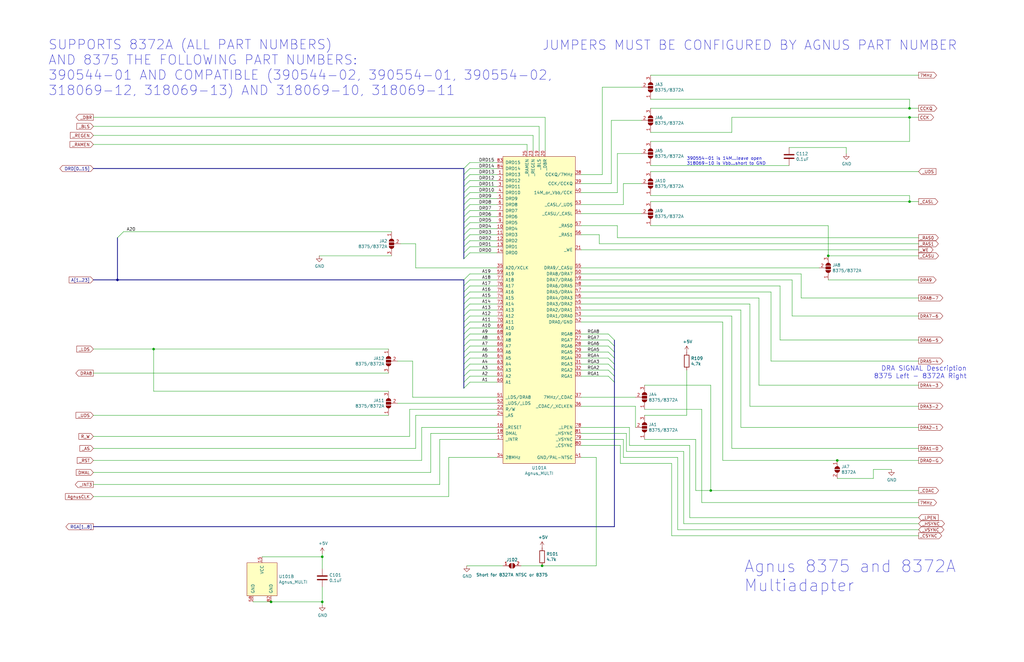
<source format=kicad_sch>
(kicad_sch (version 20231120) (generator "eeschema") (generator_version "8.0")
  (paper "B")
  (title_block (title "Amiga 2000 EATX") (date "2024-06-02") (rev "3.1"))
  (lib_symbols
    (symbol "2000ATX-rescue:Agnus_MULTI-Amiga-Library" (pin_names (offset 1.016))
      (property "Reference" "U" (at 0 11.43 0))
      (property "Value" "Agnus_MULTI-Amiga-Library" (at 0 0 0))
      (symbol "Agnus_MULTI-Amiga-Library_1_1"
        (rectangle (start -15.24 59.69) (end 15.24 -69.85) (fill (type background)))
        (pin bidirectional line (at -17.78 52.07 0) (length 2.54) (name "DRD13") (number "1"))
        (pin bidirectional line (at -17.78 29.21 0) (length 2.54) (name "DRD4") (number "10"))
        (pin bidirectional line (at -17.78 26.67 0) (length 2.54) (name "DRD3") (number "11"))
        (pin bidirectional line (at -17.78 24.13 0) (length 2.54) (name "DRD2") (number "12"))
        (pin bidirectional line (at -17.78 21.59 0) (length 2.54) (name "DRD1") (number "13"))
        (pin bidirectional line (at -17.78 19.05 0) (length 2.54) (name "DRD0") (number "14"))
        (pin input line (at -17.78 -54.61 0) (length 2.54) (name "_RESET") (number "16"))
        (pin output line (at -17.78 -59.69 0) (length 2.54) (name "_INTR") (number "17"))
        (pin input line (at -17.78 -57.15 0) (length 2.54) (name "DMAL") (number "18"))
        (pin input line (at 0 62.23 270) (length 2.54) (name "_BLS") (number "19"))
        (pin bidirectional line (at -17.78 49.53 0) (length 2.54) (name "DRD12") (number "2"))
        (pin output line (at 2.54 62.23 270) (length 2.54) (name "_DBR") (number "20"))
        (pin output line (at 17.78 20.32 180) (length 2.54) (name "_WE") (number "21"))
        (pin input line (at -17.78 -46.99 0) (length 2.54) (name "R/W") (number "22"))
        (pin input line (at -2.54 62.23 270) (length 2.54) (name "_REGEN") (number "23"))
        (pin input line (at -17.78 -49.53 0) (length 2.54) (name "_AS") (number "24"))
        (pin input line (at -5.08 62.23 270) (length 2.54) (name "_RAMEN") (number "25"))
        (pin output line (at 17.78 -15.24 180) (length 2.54) (name "RGA8") (number "26"))
        (pin output line (at 17.78 -17.78 180) (length 2.54) (name "RGA7") (number "27"))
        (pin output line (at 17.78 -20.32 180) (length 2.54) (name "RGA6") (number "28"))
        (pin output line (at 17.78 -22.86 180) (length 2.54) (name "RGA5") (number "29"))
        (pin bidirectional line (at -17.78 46.99 0) (length 2.54) (name "DRD11") (number "3"))
        (pin output line (at 17.78 -25.4 180) (length 2.54) (name "RGA4") (number "30"))
        (pin output line (at 17.78 -27.94 180) (length 2.54) (name "RGA3") (number "31"))
        (pin output line (at 17.78 -30.48 180) (length 2.54) (name "RGA2") (number "32"))
        (pin output line (at 17.78 -33.02 180) (length 2.54) (name "RGA1") (number "33"))
        (pin output line (at -17.78 -67.31 0) (length 2.54) (name "28MHz") (number "34"))
        (pin bidirectional line (at -17.78 12.7 0) (length 2.54) (name "A20/XCLK") (number "35"))
        (pin output line (at 17.78 -45.72 180) (length 2.54) (name "_CDAC/_XCLEN") (number "36"))
        (pin output line (at 17.78 -41.91 180) (length 2.54) (name "7MHz/_CDAC") (number "37"))
        (pin output line (at 17.78 52.07 180) (length 2.54) (name "CCKQ/7MHz") (number "38"))
        (pin output line (at 17.78 48.26 180) (length 2.54) (name "CCK/CCKQ") (number "39"))
        (pin bidirectional line (at -17.78 44.45 0) (length 2.54) (name "DRD10") (number "4"))
        (pin output line (at 17.78 44.45 180) (length 2.54) (name "14M/CCK") (number "40"))
        (pin input line (at 17.78 -67.31 180) (length 2.54) (name "GND/PAL-NTSC") (number "41"))
        (pin output line (at 17.78 -10.16 180) (length 2.54) (name "DRA0/GND") (number "42"))
        (pin output line (at 17.78 -7.62 180) (length 2.54) (name "DRA1/DRA0") (number "43"))
        (pin output line (at 17.78 -5.08 180) (length 2.54) (name "DRA2/DRA1") (number "44"))
        (pin output line (at 17.78 -2.54 180) (length 2.54) (name "DRA3/DRA2") (number "45"))
        (pin output line (at 17.78 0 180) (length 2.54) (name "DRA4/DRA3") (number "46"))
        (pin output line (at 17.78 2.54 180) (length 2.54) (name "DRA5/DRA4") (number "47"))
        (pin output line (at 17.78 5.08 180) (length 2.54) (name "DRA6/DRA5") (number "48"))
        (pin output line (at 17.78 7.62 180) (length 2.54) (name "DRA7/DRA6") (number "49"))
        (pin bidirectional line (at -17.78 41.91 0) (length 2.54) (name "DRD9") (number "5"))
        (pin output line (at 17.78 10.16 180) (length 2.54) (name "DRA8/DRA7") (number "50"))
        (pin input line (at -17.78 -41.91 0) (length 2.54) (name "_LDS/DRA8") (number "51"))
        (pin input line (at -17.78 -44.45 0) (length 2.54) (name "_UDS/_LDS") (number "52"))
        (pin output line (at 17.78 39.37 180) (length 2.54) (name "_CASL/_UDS") (number "53"))
        (pin output line (at 17.78 35.56 180) (length 2.54) (name "_CASU/_CASL") (number "54"))
        (pin output line (at 17.78 12.7 180) (length 2.54) (name "DRA9/_CASU") (number "55"))
        (pin output line (at 17.78 26.67 180) (length 2.54) (name "_RAS1") (number "56"))
        (pin output line (at 17.78 30.48 180) (length 2.54) (name "_RAS0") (number "57"))
        (pin bidirectional line (at -17.78 10.16 0) (length 2.54) (name "A19") (number "59"))
        (pin bidirectional line (at -17.78 39.37 0) (length 2.54) (name "DRD8") (number "6"))
        (pin bidirectional line (at -17.78 -35.56 0) (length 2.54) (name "A1") (number "60"))
        (pin bidirectional line (at -17.78 -33.02 0) (length 2.54) (name "A2") (number "61"))
        (pin bidirectional line (at -17.78 -30.48 0) (length 2.54) (name "A3") (number "62"))
        (pin bidirectional line (at -17.78 -27.94 0) (length 2.54) (name "A4") (number "63"))
        (pin bidirectional line (at -17.78 -25.4 0) (length 2.54) (name "A5") (number "64"))
        (pin bidirectional line (at -17.78 -22.86 0) (length 2.54) (name "A6") (number "65"))
        (pin bidirectional line (at -17.78 -20.32 0) (length 2.54) (name "A7") (number "66"))
        (pin bidirectional line (at -17.78 -17.78 0) (length 2.54) (name "A8") (number "67"))
        (pin bidirectional line (at -17.78 -15.24 0) (length 2.54) (name "A9") (number "68"))
        (pin bidirectional line (at -17.78 -12.7 0) (length 2.54) (name "A10") (number "69"))
        (pin bidirectional line (at -17.78 36.83 0) (length 2.54) (name "DRD7") (number "7"))
        (pin bidirectional line (at -17.78 -10.16 0) (length 2.54) (name "A11") (number "70"))
        (pin bidirectional line (at -17.78 -7.62 0) (length 2.54) (name "A12") (number "71"))
        (pin bidirectional line (at -17.78 -5.08 0) (length 2.54) (name "A13") (number "72"))
        (pin bidirectional line (at -17.78 -2.54 0) (length 2.54) (name "A14") (number "73"))
        (pin bidirectional line (at -17.78 0 0) (length 2.54) (name "A15") (number "74"))
        (pin bidirectional line (at -17.78 2.54 0) (length 2.54) (name "A16") (number "75"))
        (pin bidirectional line (at -17.78 5.08 0) (length 2.54) (name "A17") (number "76"))
        (pin bidirectional line (at -17.78 7.62 0) (length 2.54) (name "A18") (number "77"))
        (pin input line (at 17.78 -54.61 180) (length 2.54) (name "_LPEN") (number "78"))
        (pin bidirectional line (at 17.78 -59.69 180) (length 2.54) (name "_VSYNC") (number "79"))
        (pin bidirectional line (at -17.78 34.29 0) (length 2.54) (name "DRD6") (number "8"))
        (pin output line (at 17.78 -62.23 180) (length 2.54) (name "_CSYNC") (number "80"))
        (pin bidirectional line (at 17.78 -57.15 180) (length 2.54) (name "_HSYNC") (number "81"))
        (pin bidirectional line (at -17.78 57.15 0) (length 2.54) (name "DRD15") (number "83"))
        (pin bidirectional line (at -17.78 54.61 0) (length 2.54) (name "DRD14") (number "84"))
        (pin bidirectional line (at -17.78 31.75 0) (length 2.54) (name "DRD5") (number "9"))
      )
      (symbol "Agnus_MULTI-Amiga-Library_2_1"
        (rectangle (start -6.35 6.35) (end 6.35 -7.62) (fill (type background)))
        (pin power_in line (at 0 8.89 270) (length 2.54) (name "VCC") (number "15"))
        (pin power_in line (at -3.81 -10.16 90) (length 2.54) (name "GND") (number "58"))
        (pin power_in line (at 3.81 -10.16 90) (length 2.54) (name "GND") (number "82"))
      )
    )
    (symbol "2000ATX-rescue:SolderJumper_3_Open-Jumper" (pin_names (offset 0) hide)
      (property "Reference" "JP" (at -2.54 -2.54 0))
      (property "Value" "Jumper_SolderJumper_3_Open" (at 0 2.794 0))
      (symbol "SolderJumper_3_Open-Jumper_0_1"
        (arc (start -1.016 1.016) (mid -2.0276 0) (end -1.016 -1.016))
        (arc (start -1.016 1.016) (mid -2.0276 0) (end -1.016 -1.016) (fill (type outline)))
        (rectangle (start -0.508 1.016) (end 0.508 -1.016) (fill (type outline)))
        (polyline (pts (xy -2.54 0) (xy -2.032 0)))
        (polyline (pts (xy -1.016 1.016) (xy -1.016 -1.016)))
        (polyline (pts (xy 0 -1.27) (xy 0 -1.016)))
        (polyline (pts (xy 1.016 1.016) (xy 1.016 -1.016)))
        (polyline (pts (xy 2.54 0) (xy 2.032 0)))
        (arc (start 1.016 -1.016) (mid 2.0276 0) (end 1.016 1.016))
        (arc (start 1.016 -1.016) (mid 2.0276 0) (end 1.016 1.016) (fill (type outline)))
      )
      (symbol "SolderJumper_3_Open-Jumper_1_1"
        (pin passive line (at -5.08 0 0) (length 2.54) (name "A") (number "1"))
        (pin input line (at 0 -3.81 90) (length 2.54) (name "C") (number "2"))
        (pin passive line (at 5.08 0 180) (length 2.54) (name "B") (number "3"))
      )
    )
    (symbol "Amiga-Library:Agnus_MULTI" (pin_names (offset 1.016))
      (property "Reference" "U" (at 0 11.43 0))
      (property "Value" "Agnus_MULTI" (at 0 0 0))
      (symbol "Agnus_MULTI_1_1"
        (rectangle (start -15.24 59.69) (end 15.24 -69.85) (fill (type background)))
        (pin bidirectional line (at -17.78 52.07 0) (length 2.54) (name "DRD13") (number "1"))
        (pin bidirectional line (at -17.78 29.21 0) (length 2.54) (name "DRD4") (number "10"))
        (pin bidirectional line (at -17.78 26.67 0) (length 2.54) (name "DRD3") (number "11"))
        (pin bidirectional line (at -17.78 24.13 0) (length 2.54) (name "DRD2") (number "12"))
        (pin bidirectional line (at -17.78 21.59 0) (length 2.54) (name "DRD1") (number "13"))
        (pin bidirectional line (at -17.78 19.05 0) (length 2.54) (name "DRD0") (number "14"))
        (pin input line (at -17.78 -54.61 0) (length 2.54) (name "_RESET") (number "16"))
        (pin output line (at -17.78 -59.69 0) (length 2.54) (name "_INTR") (number "17"))
        (pin input line (at -17.78 -57.15 0) (length 2.54) (name "DMAL") (number "18"))
        (pin input line (at 0 62.23 270) (length 2.54) (name "_BLS") (number "19"))
        (pin bidirectional line (at -17.78 49.53 0) (length 2.54) (name "DRD12") (number "2"))
        (pin output line (at 2.54 62.23 270) (length 2.54) (name "_DBR") (number "20"))
        (pin output line (at 17.78 20.32 180) (length 2.54) (name "_WE") (number "21"))
        (pin input line (at -17.78 -46.99 0) (length 2.54) (name "R/W") (number "22"))
        (pin input line (at -2.54 62.23 270) (length 2.54) (name "_REGEN") (number "23"))
        (pin input line (at -17.78 -49.53 0) (length 2.54) (name "_AS") (number "24"))
        (pin input line (at -5.08 62.23 270) (length 2.54) (name "_RAMEN") (number "25"))
        (pin output line (at 17.78 -15.24 180) (length 2.54) (name "RGA8") (number "26"))
        (pin output line (at 17.78 -17.78 180) (length 2.54) (name "RGA7") (number "27"))
        (pin output line (at 17.78 -20.32 180) (length 2.54) (name "RGA6") (number "28"))
        (pin output line (at 17.78 -22.86 180) (length 2.54) (name "RGA5") (number "29"))
        (pin bidirectional line (at -17.78 46.99 0) (length 2.54) (name "DRD11") (number "3"))
        (pin output line (at 17.78 -25.4 180) (length 2.54) (name "RGA4") (number "30"))
        (pin output line (at 17.78 -27.94 180) (length 2.54) (name "RGA3") (number "31"))
        (pin output line (at 17.78 -30.48 180) (length 2.54) (name "RGA2") (number "32"))
        (pin output line (at 17.78 -33.02 180) (length 2.54) (name "RGA1") (number "33"))
        (pin output line (at -17.78 -67.31 0) (length 2.54) (name "28MHz") (number "34"))
        (pin bidirectional line (at -17.78 12.7 0) (length 2.54) (name "A20/XCLK") (number "35"))
        (pin output line (at 17.78 -45.72 180) (length 2.54) (name "_CDAC/_XCLKEN") (number "36"))
        (pin output line (at 17.78 -41.91 180) (length 2.54) (name "7MHz/_CDAC") (number "37"))
        (pin output line (at 17.78 52.07 180) (length 2.54) (name "CCKQ/7MHz") (number "38"))
        (pin output line (at 17.78 48.26 180) (length 2.54) (name "CCK/CCKQ") (number "39"))
        (pin bidirectional line (at -17.78 44.45 0) (length 2.54) (name "DRD10") (number "4"))
        (pin output line (at 17.78 44.45 180) (length 2.54) (name "14M_or_Vbb/CCK") (number "40"))
        (pin input line (at 17.78 -67.31 180) (length 2.54) (name "GND/PAL-NTSC") (number "41"))
        (pin output line (at 17.78 -10.16 180) (length 2.54) (name "DRA0/GND") (number "42"))
        (pin output line (at 17.78 -7.62 180) (length 2.54) (name "DRA1/DRA0") (number "43"))
        (pin output line (at 17.78 -5.08 180) (length 2.54) (name "DRA2/DRA1") (number "44"))
        (pin output line (at 17.78 -2.54 180) (length 2.54) (name "DRA3/DRA2") (number "45"))
        (pin output line (at 17.78 0 180) (length 2.54) (name "DRA4/DRA3") (number "46"))
        (pin output line (at 17.78 2.54 180) (length 2.54) (name "DRA5/DRA4") (number "47"))
        (pin output line (at 17.78 5.08 180) (length 2.54) (name "DRA6/DRA5") (number "48"))
        (pin output line (at 17.78 7.62 180) (length 2.54) (name "DRA7/DRA6") (number "49"))
        (pin bidirectional line (at -17.78 41.91 0) (length 2.54) (name "DRD9") (number "5"))
        (pin output line (at 17.78 10.16 180) (length 2.54) (name "DRA8/DRA7") (number "50"))
        (pin input line (at -17.78 -41.91 0) (length 2.54) (name "_LDS/DRA8") (number "51"))
        (pin input line (at -17.78 -44.45 0) (length 2.54) (name "_UDS/_LDS") (number "52"))
        (pin output line (at 17.78 39.37 180) (length 2.54) (name "_CASL/_UDS") (number "53"))
        (pin output line (at 17.78 35.56 180) (length 2.54) (name "_CASU/_CASL") (number "54"))
        (pin output line (at 17.78 12.7 180) (length 2.54) (name "DRA9/_CASU") (number "55"))
        (pin output line (at 17.78 26.67 180) (length 2.54) (name "_RAS1") (number "56"))
        (pin output line (at 17.78 30.48 180) (length 2.54) (name "_RAS0") (number "57"))
        (pin bidirectional line (at -17.78 10.16 0) (length 2.54) (name "A19") (number "59"))
        (pin bidirectional line (at -17.78 39.37 0) (length 2.54) (name "DRD8") (number "6"))
        (pin bidirectional line (at -17.78 -35.56 0) (length 2.54) (name "A1") (number "60"))
        (pin bidirectional line (at -17.78 -33.02 0) (length 2.54) (name "A2") (number "61"))
        (pin bidirectional line (at -17.78 -30.48 0) (length 2.54) (name "A3") (number "62"))
        (pin bidirectional line (at -17.78 -27.94 0) (length 2.54) (name "A4") (number "63"))
        (pin bidirectional line (at -17.78 -25.4 0) (length 2.54) (name "A5") (number "64"))
        (pin bidirectional line (at -17.78 -22.86 0) (length 2.54) (name "A6") (number "65"))
        (pin bidirectional line (at -17.78 -20.32 0) (length 2.54) (name "A7") (number "66"))
        (pin bidirectional line (at -17.78 -17.78 0) (length 2.54) (name "A8") (number "67"))
        (pin bidirectional line (at -17.78 -15.24 0) (length 2.54) (name "A9") (number "68"))
        (pin bidirectional line (at -17.78 -12.7 0) (length 2.54) (name "A10") (number "69"))
        (pin bidirectional line (at -17.78 36.83 0) (length 2.54) (name "DRD7") (number "7"))
        (pin bidirectional line (at -17.78 -10.16 0) (length 2.54) (name "A11") (number "70"))
        (pin bidirectional line (at -17.78 -7.62 0) (length 2.54) (name "A12") (number "71"))
        (pin bidirectional line (at -17.78 -5.08 0) (length 2.54) (name "A13") (number "72"))
        (pin bidirectional line (at -17.78 -2.54 0) (length 2.54) (name "A14") (number "73"))
        (pin bidirectional line (at -17.78 0 0) (length 2.54) (name "A15") (number "74"))
        (pin bidirectional line (at -17.78 2.54 0) (length 2.54) (name "A16") (number "75"))
        (pin bidirectional line (at -17.78 5.08 0) (length 2.54) (name "A17") (number "76"))
        (pin bidirectional line (at -17.78 7.62 0) (length 2.54) (name "A18") (number "77"))
        (pin input line (at 17.78 -54.61 180) (length 2.54) (name "_LPEN") (number "78"))
        (pin bidirectional line (at 17.78 -59.69 180) (length 2.54) (name "_VSYNC") (number "79"))
        (pin bidirectional line (at -17.78 34.29 0) (length 2.54) (name "DRD6") (number "8"))
        (pin output line (at 17.78 -62.23 180) (length 2.54) (name "_CSYNC") (number "80"))
        (pin bidirectional line (at 17.78 -57.15 180) (length 2.54) (name "_HSYNC") (number "81"))
        (pin bidirectional line (at -17.78 57.15 0) (length 2.54) (name "DRD15") (number "83"))
        (pin bidirectional line (at -17.78 54.61 0) (length 2.54) (name "DRD14") (number "84"))
        (pin bidirectional line (at -17.78 31.75 0) (length 2.54) (name "DRD5") (number "9"))
      )
      (symbol "Agnus_MULTI_2_1"
        (rectangle (start -6.35 6.35) (end 6.35 -7.62) (fill (type background)))
        (pin power_in line (at 0 8.89 270) (length 2.54) (name "VCC") (number "15"))
        (pin power_in line (at -3.81 -10.16 90) (length 2.54) (name "GND") (number "58"))
        (pin power_in line (at 3.81 -10.16 90) (length 2.54) (name "GND") (number "82"))
      )
    )
    (symbol "Device:C" (pin_numbers hide) (pin_names (offset 0.254))
      (property "Reference" "C" (at 0.635 2.54 0))
      (property "Value" "C" (at 0.635 -2.54 0))
      (symbol "C_0_1"
        (polyline (pts (xy -2.032 -0.762) (xy 2.032 -0.762)) (stroke (width 0.508)))
        (polyline (pts (xy -2.032 0.762) (xy 2.032 0.762)) (stroke (width 0.508)))
      )
      (symbol "C_1_1"
        (pin passive line (at 0 3.81 270) (length 2.794) (name "~") (number "1"))
        (pin passive line (at 0 -3.81 90) (length 2.794) (name "~") (number "2"))
      )
    )
    (symbol "Device:R" (pin_numbers hide) (pin_names (offset 0))
      (property "Reference" "R" (at 2.032 0 90))
      (property "Value" "R" (at 0 0 90))
      (symbol "R_0_1"
        (rectangle (start -1.016 -2.54) (end 1.016 2.54) (stroke (width 0.254)))
      )
      (symbol "R_1_1"
        (pin passive line (at 0 3.81 270) (length 1.27) (name "~") (number "1"))
        (pin passive line (at 0 -3.81 90) (length 1.27) (name "~") (number "2"))
      )
    )
    (symbol "Jumper:SolderJumper_2_Open" (pin_names (offset 0) hide)
      (property "Reference" "JP" (at 0 2.032 0))
      (property "Value" "SolderJumper_2_Open" (at 0 -2.54 0))
      (symbol "SolderJumper_2_Open_0_1"
        (arc (start -0.254 1.016) (mid -1.2656 0) (end -0.254 -1.016))
        (arc (start -0.254 1.016) (mid -1.2656 0) (end -0.254 -1.016) (fill (type outline)))
        (polyline (pts (xy -0.254 1.016) (xy -0.254 -1.016)))
        (polyline (pts (xy 0.254 1.016) (xy 0.254 -1.016)))
        (arc (start 0.254 -1.016) (mid 1.2656 0) (end 0.254 1.016))
        (arc (start 0.254 -1.016) (mid 1.2656 0) (end 0.254 1.016) (fill (type outline)))
      )
      (symbol "SolderJumper_2_Open_1_1"
        (pin passive line (at -3.81 0 0) (length 2.54) (name "A") (number "1"))
        (pin passive line (at 3.81 0 180) (length 2.54) (name "B") (number "2"))
      )
    )
    (symbol "power:+5V" (power) (pin_names (offset 0))
      (property "Value" "+5V" (at 0 3.556 0))
      (symbol "+5V_0_1"
        (polyline (pts (xy -0.762 1.27) (xy 0 2.54)))
        (polyline (pts (xy 0 0) (xy 0 2.54)))
        (polyline (pts (xy 0 2.54) (xy 0.762 1.27)))
      )
      (symbol "+5V_1_1"
        (pin power_in line (at 0 0 90) (length 0) hide (name "+5V") (number "1"))
      )
    )
    (symbol "power:GND" (power) (pin_names (offset 0))
      (property "Value" "GND" (at 0 -3.81 0))
      (symbol "GND_0_1"
        (polyline (pts (xy 0 0) (xy 0 -1.27) (xy 1.27 -1.27) (xy 0 -2.54) (xy -1.27 -1.27) (xy 0 -1.27)))
      )
      (symbol "GND_1_1"
        (pin power_in line (at 0 0 270) (length 0) hide (name "GND") (number "1"))
      )
    )
  )
  (junction (at 353.06 194.31))
  (junction (at 114.3 254))
  (junction (at 383.54 45.72))
  (junction (at 228.6 238.76))
  (junction (at 135.89 234.95))
  (junction (at 299.72 207.01))
  (junction (at 64.77 147.32))
  (junction (at 49.53 118.11))
  (junction (at 383.54 85.09))
  (junction (at 135.89 254))
  (junction (at 383.54 49.53))
  (junction (at 349.25 107.95))
  (bus_entry (at 198.12 78.74) (size -2.54 2.54))
  (bus_entry (at 198.12 158.75) (size -2.54 2.54))
  (bus_entry (at 198.12 96.52) (size -2.54 2.54))
  (bus_entry (at 256.54 148.59) (size 2.54 2.54))
  (bus_entry (at 198.12 140.97) (size -2.54 2.54))
  (bus_entry (at 198.12 118.11) (size -2.54 2.54))
  (bus_entry (at 256.54 151.13) (size 2.54 2.54))
  (bus_entry (at 198.12 71.12) (size -2.54 2.54))
  (bus_entry (at 256.54 140.97) (size 2.54 2.54))
  (bus_entry (at 198.12 128.27) (size -2.54 2.54))
  (bus_entry (at 198.12 81.28) (size -2.54 2.54))
  (bus_entry (at 256.54 146.05) (size 2.54 2.54))
  (bus_entry (at 198.12 138.43) (size -2.54 2.54))
  (bus_entry (at 198.12 156.21) (size -2.54 2.54))
  (bus_entry (at 198.12 99.06) (size -2.54 2.54))
  (bus_entry (at 198.12 73.66) (size -2.54 2.54))
  (bus_entry (at 198.12 68.58) (size -2.54 2.54))
  (bus_entry (at 198.12 93.98) (size -2.54 2.54))
  (bus_entry (at 198.12 83.82) (size -2.54 2.54))
  (bus_entry (at 198.12 123.19) (size -2.54 2.54))
  (bus_entry (at 198.12 120.65) (size -2.54 2.54))
  (bus_entry (at 198.12 143.51) (size -2.54 2.54))
  (bus_entry (at 198.12 125.73) (size -2.54 2.54))
  (bus_entry (at 256.54 153.67) (size 2.54 2.54))
  (bus_entry (at 256.54 143.51) (size 2.54 2.54))
  (bus_entry (at 198.12 151.13) (size -2.54 2.54))
  (bus_entry (at 198.12 115.57) (size -2.54 2.54))
  (bus_entry (at 198.12 101.6) (size -2.54 2.54))
  (bus_entry (at 256.54 158.75) (size 2.54 2.54))
  (bus_entry (at 198.12 88.9) (size -2.54 2.54))
  (bus_entry (at 198.12 135.89) (size -2.54 2.54))
  (bus_entry (at 198.12 133.35) (size -2.54 2.54))
  (bus_entry (at 198.12 130.81) (size -2.54 2.54))
  (bus_entry (at 198.12 161.29) (size -2.54 2.54))
  (bus_entry (at 198.12 106.68) (size -2.54 2.54))
  (bus_entry (at 198.12 86.36) (size -2.54 2.54))
  (bus_entry (at 198.12 104.14) (size -2.54 2.54))
  (bus_entry (at 198.12 153.67) (size -2.54 2.54))
  (bus_entry (at 52.07 97.79) (size -2.54 2.54))
  (bus_entry (at 256.54 156.21) (size 2.54 2.54))
  (bus_entry (at 198.12 146.05) (size -2.54 2.54))
  (bus_entry (at 198.12 148.59) (size -2.54 2.54))
  (bus_entry (at 198.12 91.44) (size -2.54 2.54))
  (bus_entry (at 198.12 76.2) (size -2.54 2.54))
  (wire (pts (xy 245.11 193.04) (xy 251.46 193.04)))
  (wire (pts (xy 168.91 102.87) (xy 175.26 102.87)))
  (bus (pts (xy 259.08 158.75) (xy 259.08 161.29)))
  (wire (pts (xy 387.35 102.87) (xy 252.73 102.87)))
  (wire (pts (xy 308.61 55.88) (xy 308.61 49.53)))
  (wire (pts (xy 165.1 97.79) (xy 52.07 97.79)))
  (bus (pts (xy 195.58 71.12) (xy 39.37 71.12)))
  (wire (pts (xy 288.29 220.98) (xy 387.35 220.98)))
  (wire (pts (xy 163.83 157.48) (xy 39.37 157.48)))
  (wire (pts (xy 165.1 107.95) (xy 134.62 107.95)))
  (wire (pts (xy 209.55 130.81) (xy 198.12 130.81)))
  (wire (pts (xy 209.55 106.68) (xy 198.12 106.68)))
  (wire (pts (xy 312.42 180.34) (xy 387.35 180.34)))
  (wire (pts (xy 209.55 125.73) (xy 198.12 125.73)))
  (wire (pts (xy 245.11 167.64) (xy 267.97 167.64)))
  (wire (pts (xy 245.11 120.65) (xy 328.93 120.65)))
  (bus (pts (xy 195.58 91.44) (xy 195.58 93.98)))
  (wire (pts (xy 262.89 86.36) (xy 262.89 77.47)))
  (wire (pts (xy 289.56 175.26) (xy 289.56 156.21)))
  (bus (pts (xy 259.08 146.05) (xy 259.08 148.59)))
  (wire (pts (xy 332.74 62.23) (xy 356.87 62.23)))
  (wire (pts (xy 245.11 158.75) (xy 256.54 158.75)))
  (wire (pts (xy 163.83 175.26) (xy 39.37 175.26)))
  (bus (pts (xy 259.08 151.13) (xy 259.08 153.67)))
  (wire (pts (xy 288.29 190.5) (xy 288.29 220.98)))
  (wire (pts (xy 209.55 193.04) (xy 189.23 193.04)))
  (wire (pts (xy 387.35 125.73) (xy 337.82 125.73)))
  (wire (pts (xy 245.11 180.34) (xy 265.43 180.34)))
  (wire (pts (xy 257.81 77.47) (xy 257.81 50.8)))
  (bus (pts (xy 259.08 156.21) (xy 259.08 158.75)))
  (wire (pts (xy 245.11 86.36) (xy 262.89 86.36)))
  (wire (pts (xy 185.42 185.42) (xy 185.42 204.47)))
  (bus (pts (xy 195.58 101.6) (xy 195.58 104.14)))
  (wire (pts (xy 209.55 140.97) (xy 198.12 140.97)))
  (wire (pts (xy 387.35 189.23) (xy 308.61 189.23)))
  (wire (pts (xy 260.35 64.77) (xy 270.51 64.77)))
  (wire (pts (xy 181.61 182.88) (xy 181.61 199.39)))
  (wire (pts (xy 257.81 50.8) (xy 270.51 50.8)))
  (wire (pts (xy 356.87 64.77) (xy 356.87 62.23)))
  (wire (pts (xy 262.89 185.42) (xy 262.89 193.04)))
  (wire (pts (xy 245.11 77.47) (xy 257.81 77.47)))
  (wire (pts (xy 110.49 234.95) (xy 135.89 234.95)))
  (wire (pts (xy 261.62 187.96) (xy 261.62 195.58)))
  (wire (pts (xy 349.25 107.95) (xy 387.35 107.95)))
  (wire (pts (xy 334.01 133.35) (xy 334.01 118.11)))
  (wire (pts (xy 135.89 234.95) (xy 135.89 233.68)))
  (wire (pts (xy 209.55 118.11) (xy 198.12 118.11)))
  (wire (pts (xy 209.55 153.67) (xy 198.12 153.67)))
  (wire (pts (xy 135.89 247.65) (xy 135.89 254)))
  (wire (pts (xy 175.26 113.03) (xy 209.55 113.03)))
  (bus (pts (xy 195.58 99.06) (xy 195.58 101.6)))
  (wire (pts (xy 304.8 194.31) (xy 304.8 135.89)))
  (wire (pts (xy 308.61 189.23) (xy 308.61 133.35)))
  (wire (pts (xy 260.35 100.33) (xy 387.35 100.33)))
  (wire (pts (xy 254 36.83) (xy 270.51 36.83)))
  (wire (pts (xy 387.35 152.4) (xy 325.12 152.4)))
  (bus (pts (xy 195.58 78.74) (xy 195.58 81.28)))
  (wire (pts (xy 271.78 185.42) (xy 293.37 185.42)))
  (wire (pts (xy 252.73 99.06) (xy 245.11 99.06)))
  (bus (pts (xy 195.58 133.35) (xy 195.58 135.89)))
  (wire (pts (xy 383.54 45.72) (xy 387.35 45.72)))
  (wire (pts (xy 245.11 115.57) (xy 337.82 115.57)))
  (wire (pts (xy 222.25 63.5) (xy 222.25 60.96)))
  (bus (pts (xy 49.53 118.11) (xy 39.37 118.11)))
  (wire (pts (xy 274.32 31.75) (xy 387.35 31.75)))
  (wire (pts (xy 245.11 90.17) (xy 270.51 90.17)))
  (wire (pts (xy 177.8 180.34) (xy 177.8 194.31)))
  (bus (pts (xy 195.58 71.12) (xy 195.58 73.66)))
  (bus (pts (xy 195.58 125.73) (xy 195.58 128.27)))
  (wire (pts (xy 262.89 193.04) (xy 285.75 193.04)))
  (bus (pts (xy 259.08 148.59) (xy 259.08 151.13)))
  (wire (pts (xy 245.11 148.59) (xy 256.54 148.59)))
  (wire (pts (xy 209.55 76.2) (xy 198.12 76.2)))
  (wire (pts (xy 274.32 55.88) (xy 308.61 55.88)))
  (wire (pts (xy 64.77 147.32) (xy 39.37 147.32)))
  (wire (pts (xy 222.25 60.96) (xy 39.37 60.96)))
  (wire (pts (xy 209.55 115.57) (xy 198.12 115.57)))
  (wire (pts (xy 177.8 194.31) (xy 39.37 194.31)))
  (bus (pts (xy 259.08 161.29) (xy 259.08 222.25)))
  (bus (pts (xy 195.58 146.05) (xy 195.58 148.59)))
  (wire (pts (xy 274.32 45.72) (xy 383.54 45.72)))
  (wire (pts (xy 209.55 104.14) (xy 198.12 104.14)))
  (wire (pts (xy 163.83 165.1) (xy 64.77 165.1)))
  (bus (pts (xy 195.58 135.89) (xy 195.58 138.43)))
  (wire (pts (xy 368.3 198.12) (xy 375.92 198.12)))
  (bus (pts (xy 195.58 118.11) (xy 49.53 118.11)))
  (wire (pts (xy 316.23 171.45) (xy 316.23 128.27)))
  (wire (pts (xy 228.6 238.76) (xy 219.71 238.76)))
  (bus (pts (xy 195.58 104.14) (xy 195.58 106.68)))
  (bus (pts (xy 259.08 153.67) (xy 259.08 156.21)))
  (wire (pts (xy 267.97 180.34) (xy 267.97 171.45)))
  (wire (pts (xy 271.78 175.26) (xy 289.56 175.26)))
  (wire (pts (xy 283.21 195.58) (xy 283.21 226.06)))
  (bus (pts (xy 49.53 100.33) (xy 49.53 118.11)))
  (wire (pts (xy 320.04 162.56) (xy 387.35 162.56)))
  (wire (pts (xy 209.55 93.98) (xy 198.12 93.98)))
  (bus (pts (xy 259.08 143.51) (xy 259.08 146.05)))
  (bus (pts (xy 195.58 93.98) (xy 195.58 96.52)))
  (bus (pts (xy 195.58 76.2) (xy 195.58 78.74)))
  (wire (pts (xy 227.33 63.5) (xy 227.33 53.34)))
  (wire (pts (xy 173.99 167.64) (xy 173.99 152.4)))
  (bus (pts (xy 195.58 86.36) (xy 195.58 88.9)))
  (bus (pts (xy 195.58 130.81) (xy 195.58 133.35)))
  (wire (pts (xy 245.11 81.28) (xy 260.35 81.28)))
  (wire (pts (xy 227.33 53.34) (xy 39.37 53.34)))
  (wire (pts (xy 387.35 133.35) (xy 334.01 133.35)))
  (bus (pts (xy 195.58 73.66) (xy 195.58 76.2)))
  (wire (pts (xy 245.11 125.73) (xy 320.04 125.73)))
  (wire (pts (xy 264.16 190.5) (xy 288.29 190.5)))
  (wire (pts (xy 245.11 113.03) (xy 345.44 113.03)))
  (wire (pts (xy 261.62 195.58) (xy 283.21 195.58)))
  (wire (pts (xy 325.12 152.4) (xy 325.12 123.19)))
  (wire (pts (xy 267.97 171.45) (xy 245.11 171.45)))
  (wire (pts (xy 209.55 185.42) (xy 185.42 185.42)))
  (wire (pts (xy 328.93 143.51) (xy 387.35 143.51)))
  (wire (pts (xy 245.11 95.25) (xy 260.35 95.25)))
  (wire (pts (xy 251.46 193.04) (xy 251.46 238.76)))
  (wire (pts (xy 209.55 138.43) (xy 198.12 138.43)))
  (bus (pts (xy 195.58 161.29) (xy 195.58 163.83)))
  (wire (pts (xy 245.11 118.11) (xy 334.01 118.11)))
  (wire (pts (xy 209.55 158.75) (xy 198.12 158.75)))
  (wire (pts (xy 308.61 49.53) (xy 383.54 49.53)))
  (wire (pts (xy 209.55 133.35) (xy 198.12 133.35)))
  (wire (pts (xy 114.3 254) (xy 135.89 254)))
  (bus (pts (xy 195.58 143.51) (xy 195.58 146.05)))
  (wire (pts (xy 274.32 85.09) (xy 383.54 85.09)))
  (wire (pts (xy 285.75 193.04) (xy 285.75 223.52)))
  (wire (pts (xy 264.16 182.88) (xy 264.16 190.5)))
  (wire (pts (xy 328.93 120.65) (xy 328.93 143.51)))
  (wire (pts (xy 172.72 184.15) (xy 39.37 184.15)))
  (wire (pts (xy 368.3 201.93) (xy 368.3 198.12)))
  (wire (pts (xy 383.54 41.91) (xy 383.54 45.72)))
  (wire (pts (xy 209.55 81.28) (xy 198.12 81.28)))
  (wire (pts (xy 163.83 147.32) (xy 64.77 147.32)))
  (wire (pts (xy 209.55 68.58) (xy 198.12 68.58)))
  (wire (pts (xy 189.23 193.04) (xy 189.23 209.55)))
  (wire (pts (xy 271.78 172.72) (xy 295.91 172.72)))
  (bus (pts (xy 195.58 153.67) (xy 195.58 156.21)))
  (wire (pts (xy 64.77 147.32) (xy 64.77 165.1)))
  (wire (pts (xy 229.87 63.5) (xy 229.87 49.53)))
  (wire (pts (xy 299.72 162.56) (xy 299.72 207.01)))
  (wire (pts (xy 290.83 218.44) (xy 387.35 218.44)))
  (wire (pts (xy 209.55 167.64) (xy 173.99 167.64)))
  (wire (pts (xy 387.35 171.45) (xy 316.23 171.45)))
  (wire (pts (xy 189.23 209.55) (xy 39.37 209.55)))
  (wire (pts (xy 295.91 212.09) (xy 387.35 212.09)))
  (wire (pts (xy 383.54 82.55) (xy 383.54 85.09)))
  (bus (pts (xy 195.58 96.52) (xy 195.58 99.06)))
  (wire (pts (xy 312.42 130.81) (xy 312.42 180.34)))
  (wire (pts (xy 283.21 226.06) (xy 387.35 226.06)))
  (wire (pts (xy 274.32 95.25) (xy 349.25 95.25)))
  (wire (pts (xy 290.83 187.96) (xy 290.83 218.44)))
  (wire (pts (xy 245.11 133.35) (xy 308.61 133.35)))
  (wire (pts (xy 383.54 85.09) (xy 387.35 85.09)))
  (wire (pts (xy 209.55 172.72) (xy 172.72 172.72)))
  (wire (pts (xy 209.55 91.44) (xy 198.12 91.44)))
  (bus (pts (xy 195.58 128.27) (xy 195.58 130.81)))
  (wire (pts (xy 135.89 254) (xy 135.89 255.27)))
  (wire (pts (xy 260.35 81.28) (xy 260.35 64.77)))
  (wire (pts (xy 229.87 49.53) (xy 39.37 49.53)))
  (wire (pts (xy 285.75 223.52) (xy 387.35 223.52)))
  (wire (pts (xy 209.55 170.18) (xy 167.64 170.18)))
  (bus (pts (xy 259.08 222.25) (xy 39.37 222.25)))
  (wire (pts (xy 274.32 59.69) (xy 383.54 59.69)))
  (wire (pts (xy 209.55 182.88) (xy 181.61 182.88)))
  (bus (pts (xy 195.58 151.13) (xy 195.58 153.67)))
  (wire (pts (xy 209.55 151.13) (xy 198.12 151.13)))
  (wire (pts (xy 265.43 180.34) (xy 265.43 187.96)))
  (wire (pts (xy 245.11 187.96) (xy 261.62 187.96)))
  (wire (pts (xy 209.55 99.06) (xy 198.12 99.06)))
  (wire (pts (xy 209.55 148.59) (xy 198.12 148.59)))
  (wire (pts (xy 106.68 254) (xy 114.3 254)))
  (bus (pts (xy 195.58 158.75) (xy 195.58 161.29)))
  (wire (pts (xy 383.54 59.69) (xy 383.54 49.53)))
  (bus (pts (xy 195.58 106.68) (xy 195.58 109.22)))
  (wire (pts (xy 181.61 199.39) (xy 39.37 199.39)))
  (wire (pts (xy 175.26 102.87) (xy 175.26 113.03)))
  (wire (pts (xy 383.54 49.53) (xy 387.35 49.53)))
  (wire (pts (xy 271.78 162.56) (xy 299.72 162.56)))
  (wire (pts (xy 349.25 118.11) (xy 387.35 118.11)))
  (wire (pts (xy 245.11 182.88) (xy 264.16 182.88)))
  (wire (pts (xy 209.55 123.19) (xy 198.12 123.19)))
  (wire (pts (xy 209.55 120.65) (xy 198.12 120.65)))
  (wire (pts (xy 209.55 86.36) (xy 198.12 86.36)))
  (wire (pts (xy 295.91 172.72) (xy 295.91 212.09)))
  (wire (pts (xy 245.11 130.81) (xy 312.42 130.81)))
  (wire (pts (xy 212.09 238.76) (xy 196.85 238.76)))
  (wire (pts (xy 245.11 135.89) (xy 304.8 135.89)))
  (wire (pts (xy 209.55 71.12) (xy 198.12 71.12)))
  (wire (pts (xy 173.99 152.4) (xy 167.64 152.4)))
  (wire (pts (xy 175.26 189.23) (xy 39.37 189.23)))
  (bus (pts (xy 195.58 118.11) (xy 195.58 120.65)))
  (wire (pts (xy 245.11 156.21) (xy 256.54 156.21)))
  (wire (pts (xy 260.35 95.25) (xy 260.35 100.33)))
  (wire (pts (xy 337.82 125.73) (xy 337.82 115.57)))
  (wire (pts (xy 209.55 143.51) (xy 198.12 143.51)))
  (wire (pts (xy 135.89 240.03) (xy 135.89 234.95)))
  (wire (pts (xy 172.72 172.72) (xy 172.72 184.15)))
  (wire (pts (xy 320.04 162.56) (xy 320.04 125.73)))
  (wire (pts (xy 251.46 238.76) (xy 228.6 238.76)))
  (wire (pts (xy 209.55 180.34) (xy 177.8 180.34)))
  (wire (pts (xy 224.79 57.15) (xy 39.37 57.15)))
  (bus (pts (xy 195.58 88.9) (xy 195.58 91.44)))
  (wire (pts (xy 209.55 146.05) (xy 198.12 146.05)))
  (wire (pts (xy 262.89 77.47) (xy 270.51 77.47)))
  (wire (pts (xy 224.79 63.5) (xy 224.79 57.15)))
  (wire (pts (xy 353.06 194.31) (xy 387.35 194.31)))
  (wire (pts (xy 254 73.66) (xy 254 36.83)))
  (wire (pts (xy 209.55 88.9) (xy 198.12 88.9)))
  (wire (pts (xy 209.55 96.52) (xy 198.12 96.52)))
  (wire (pts (xy 185.42 204.47) (xy 39.37 204.47)))
  (wire (pts (xy 274.32 72.39) (xy 387.35 72.39)))
  (wire (pts (xy 245.11 140.97) (xy 256.54 140.97)))
  (bus (pts (xy 195.58 148.59) (xy 195.58 151.13)))
  (bus (pts (xy 195.58 123.19) (xy 195.58 125.73)))
  (wire (pts (xy 349.25 95.25) (xy 349.25 107.95)))
  (wire (pts (xy 209.55 135.89) (xy 198.12 135.89)))
  (wire (pts (xy 274.32 82.55) (xy 383.54 82.55)))
  (bus (pts (xy 195.58 140.97) (xy 195.58 143.51)))
  (wire (pts (xy 299.72 207.01) (xy 387.35 207.01)))
  (wire (pts (xy 209.55 83.82) (xy 198.12 83.82)))
  (wire (pts (xy 209.55 78.74) (xy 198.12 78.74)))
  (wire (pts (xy 293.37 185.42) (xy 293.37 207.01)))
  (bus (pts (xy 195.58 83.82) (xy 195.58 86.36)))
  (wire (pts (xy 274.32 41.91) (xy 383.54 41.91)))
  (bus (pts (xy 195.58 81.28) (xy 195.58 83.82)))
  (wire (pts (xy 209.55 73.66) (xy 198.12 73.66)))
  (wire (pts (xy 209.55 175.26) (xy 175.26 175.26)))
  (wire (pts (xy 299.72 207.01) (xy 293.37 207.01)))
  (wire (pts (xy 209.55 128.27) (xy 198.12 128.27)))
  (wire (pts (xy 245.11 123.19) (xy 325.12 123.19)))
  (wire (pts (xy 245.11 185.42) (xy 262.89 185.42)))
  (wire (pts (xy 245.11 151.13) (xy 256.54 151.13)))
  (wire (pts (xy 209.55 161.29) (xy 198.12 161.29)))
  (wire (pts (xy 245.11 73.66) (xy 254 73.66)))
  (bus (pts (xy 195.58 156.21) (xy 195.58 158.75)))
  (wire (pts (xy 245.11 146.05) (xy 256.54 146.05)))
  (wire (pts (xy 353.06 194.31) (xy 304.8 194.31)))
  (wire (pts (xy 245.11 105.41) (xy 387.35 105.41)))
  (wire (pts (xy 209.55 156.21) (xy 198.12 156.21)))
  (wire (pts (xy 332.74 69.85) (xy 274.32 69.85)))
  (wire (pts (xy 265.43 187.96) (xy 290.83 187.96)))
  (wire (pts (xy 209.55 101.6) (xy 198.12 101.6)))
  (wire (pts (xy 245.11 128.27) (xy 316.23 128.27)))
  (bus (pts (xy 195.58 120.65) (xy 195.58 123.19)))
  (wire (pts (xy 252.73 102.87) (xy 252.73 99.06)))
  (wire (pts (xy 245.11 153.67) (xy 256.54 153.67)))
  (wire (pts (xy 245.11 143.51) (xy 256.54 143.51)))
  (wire (pts (xy 175.26 175.26) (xy 175.26 189.23)))
  (wire (pts (xy 353.06 201.93) (xy 368.3 201.93)))
  (bus (pts (xy 195.58 138.43) (xy 195.58 140.97)))
  (text "390554-01 is 14M...leave open\n318069-10 is Vbb...short to GND" (at 289.56 69.85 0) (effects (font (size 1.2954 1.2954)) (justify left bottom)))
  (text "DRA SIGNAL Description\n8375 Left - 8372A Right" (at 407.67 160.02 0) (effects (font (size 2.0066 2.0066)) (justify right bottom)))
  (text "SUPPORTS 8372A (ALL PART NUMBERS)\nAND 8375 THE FOLLOWING PART NUMBERS:\n390544-01 AND COMPATIBLE (390544-02, 390554-01, 390554-02, \n318069-12, 318069-13) AND 318069-10, 318069-11" (at 20.32 40.64 0) (effects (font (size 3.9878 3.9878)) (justify left bottom)))
  (text "Agnus 8375 and 8372A\nMultiadapter" (at 313.69 250.19 0) (effects (font (size 5.0038 5.0038)) (justify left bottom)))
  (text "JUMPERS MUST BE CONFIGURED BY AGNUS PART NUMBER" (at 228.6 21.59 0) (effects (font (size 3.9878 3.9878)) (justify left bottom)))
  (label "DRD1" (at 201.93 104.14 0) (effects (font (size 1.2954 1.2954))))
  (label "DRD0" (at 201.93 106.68 0) (effects (font (size 1.2954 1.2954))))
  (label "DRD2" (at 201.93 101.6 0) (effects (font (size 1.2954 1.2954))))
  (label "A2" (at 203.2 158.75 0) (effects (font (size 1.2954 1.2954))))
  (label "RGA3" (at 247.65 153.67 0) (effects (font (size 1.2954 1.2954))))
  (label "RGA1" (at 247.65 158.75 0) (effects (font (size 1.2954 1.2954))))
  (label "DRD14" (at 201.93 71.12 0) (effects (font (size 1.2954 1.2954))))
  (label "A18" (at 203.2 118.11 0) (effects (font (size 1.2954 1.2954))))
  (label "A10" (at 203.2 138.43 0) (effects (font (size 1.2954 1.2954))))
  (label "DRD13" (at 201.93 73.66 0) (effects (font (size 1.2954 1.2954))))
  (label "DRD15" (at 201.93 68.58 0) (effects (font (size 1.2954 1.2954))))
  (label "A9" (at 203.2 140.97 0) (effects (font (size 1.2954 1.2954))))
  (label "A13" (at 203.2 130.81 0) (effects (font (size 1.2954 1.2954))))
  (label "A11" (at 203.2 135.89 0) (effects (font (size 1.2954 1.2954))))
  (label "A3" (at 203.2 156.21 0) (effects (font (size 1.2954 1.2954))))
  (label "A12" (at 203.2 133.35 0) (effects (font (size 1.2954 1.2954))))
  (label "A1" (at 203.2 161.29 0) (effects (font (size 1.2954 1.2954))))
  (label "DRD5" (at 201.93 93.98 0) (effects (font (size 1.2954 1.2954))))
  (label "DRD10" (at 201.93 81.28 0) (effects (font (size 1.2954 1.2954))))
  (label "DRD8" (at 201.93 86.36 0) (effects (font (size 1.2954 1.2954))))
  (label "DRD11" (at 201.93 78.74 0) (effects (font (size 1.2954 1.2954))))
  (label "A19" (at 203.2 115.57 0) (effects (font (size 1.2954 1.2954))))
  (label "A4" (at 203.2 153.67 0) (effects (font (size 1.2954 1.2954))))
  (label "DRD3" (at 201.93 99.06 0) (effects (font (size 1.2954 1.2954))))
  (label "A16" (at 203.2 123.19 0) (effects (font (size 1.2954 1.2954))))
  (label "A5" (at 203.2 151.13 0) (effects (font (size 1.2954 1.2954))))
  (label "DRD6" (at 201.93 91.44 0) (effects (font (size 1.2954 1.2954))))
  (label "DRD7" (at 201.93 88.9 0) (effects (font (size 1.2954 1.2954))))
  (label "A17" (at 203.2 120.65 0) (effects (font (size 1.2954 1.2954))))
  (label "RGA6" (at 247.65 146.05 0) (effects (font (size 1.2954 1.2954))))
  (label "A20" (at 57.15 97.79 180) (effects (font (size 1.2954 1.2954))))
  (label "DRD12" (at 201.93 76.2 0) (effects (font (size 1.2954 1.2954))))
  (label "RGA2" (at 247.65 156.21 0) (effects (font (size 1.2954 1.2954))))
  (label "DRD9" (at 201.93 83.82 0) (effects (font (size 1.2954 1.2954))))
  (label "RGA5" (at 247.65 148.59 0) (effects (font (size 1.2954 1.2954))))
  (label "A6" (at 203.2 148.59 0) (effects (font (size 1.2954 1.2954))))
  (label "A15" (at 203.2 125.73 0) (effects (font (size 1.2954 1.2954))))
  (label "RGA7" (at 247.65 143.51 0) (effects (font (size 1.2954 1.2954))))
  (label "A7" (at 203.2 146.05 0) (effects (font (size 1.2954 1.2954))))
  (label "A14" (at 203.2 128.27 0) (effects (font (size 1.2954 1.2954))))
  (label "RGA4" (at 247.65 151.13 0) (effects (font (size 1.2954 1.2954))))
  (label "RGA8" (at 247.65 140.97 0) (effects (font (size 1.2954 1.2954))))
  (label "A8" (at 203.2 143.51 0) (effects (font (size 1.2954 1.2954))))
  (label "DRD4" (at 201.93 96.52 0) (effects (font (size 1.2954 1.2954))))
  (global_label "_HSYNC" (shape bidirectional) (at 387.35 220.98 0) (effects (font (size 1.2954 1.2954))) (property "Intersheetrefs" "${INTERSHEET_REFS}" (at 398.0395 220.98 0) (effects (justify left))))
  (global_label "_RST" (shape input) (at 39.37 194.31 180) (property "Intersheetrefs" "${INTERSHEET_REFS}" (at 32.6243 194.31 0) (effects (justify right))))
  (global_label "_AS" (shape input) (at 39.37 189.23 180) (property "Intersheetrefs" "${INTERSHEET_REFS}" (at 33.7733 189.23 0) (effects (justify right))))
  (global_label "DRA4-3" (shape output) (at 387.35 162.56 0) (effects (font (size 1.2954 1.2954))) (property "Intersheetrefs" "${INTERSHEET_REFS}" (at 397.4996 162.56 0) (effects (justify left))))
  (global_label "_CASL" (shape output) (at 387.35 85.09 0) (effects (font (size 1.2954 1.2954))) (property "Intersheetrefs" "${INTERSHEET_REFS}" (at 395.4024 85.09 0) (effects (justify left))))
  (global_label "DRA6-5" (shape output) (at 387.35 143.51 0) (effects (font (size 1.2954 1.2954))) (property "Intersheetrefs" "${INTERSHEET_REFS}" (at 397.4996 143.51 0) (effects (justify left))))
  (global_label "DRA1-0" (shape output) (at 387.35 189.23 0) (effects (font (size 1.2954 1.2954))) (property "Intersheetrefs" "${INTERSHEET_REFS}" (at 397.4996 189.23 0) (effects (justify left))))
  (global_label "7MHz" (shape output) (at 387.35 31.75 0) (effects (font (size 1.2954 1.2954))) (property "Intersheetrefs" "${INTERSHEET_REFS}" (at 394.8473 31.75 0) (effects (justify left))))
  (global_label "7MHz" (shape output) (at 387.35 212.09 0) (effects (font (size 1.2954 1.2954))) (property "Intersheetrefs" "${INTERSHEET_REFS}" (at 394.8473 212.09 0) (effects (justify left))))
  (global_label "_UDS" (shape input) (at 39.37 175.26 180) (effects (font (size 1.2954 1.2954))) (property "Intersheetrefs" "${INTERSHEET_REFS}" (at 32.1195 175.26 0) (effects (justify right))))
  (global_label "_CDAC" (shape output) (at 387.35 207.01 0) (effects (font (size 1.2954 1.2954))) (property "Intersheetrefs" "${INTERSHEET_REFS}" (at 395.7108 207.01 0) (effects (justify left))))
  (global_label "_RAS1" (shape output) (at 387.35 102.87 0) (effects (font (size 1.2954 1.2954))) (property "Intersheetrefs" "${INTERSHEET_REFS}" (at 395.5874 102.87 0) (effects (justify left))))
  (global_label "_UDS" (shape input) (at 387.35 72.39 0) (effects (font (size 1.2954 1.2954))) (property "Intersheetrefs" "${INTERSHEET_REFS}" (at 394.6005 72.39 0) (effects (justify left))))
  (global_label "_BLS" (shape input) (at 39.37 53.34 180) (effects (font (size 1.2954 1.2954))) (property "Intersheetrefs" "${INTERSHEET_REFS}" (at 32.4279 53.34 0) (effects (justify right))))
  (global_label "DRA9" (shape output) (at 387.35 118.11 0) (effects (font (size 1.2954 1.2954))) (property "Intersheetrefs" "${INTERSHEET_REFS}" (at 394.6621 118.11 0) (effects (justify left))))
  (global_label "DRA8" (shape output) (at 39.37 157.48 180) (effects (font (size 1.2954 1.2954))) (property "Intersheetrefs" "${INTERSHEET_REFS}" (at 32.0579 157.48 0) (effects (justify right))))
  (global_label "_CASU" (shape output) (at 387.35 107.95 0) (effects (font (size 1.2954 1.2954))) (property "Intersheetrefs" "${INTERSHEET_REFS}" (at 395.7108 107.95 0) (effects (justify left))))
  (global_label "_LPEN" (shape input) (at 387.35 218.44 0) (effects (font (size 1.2954 1.2954))) (property "Intersheetrefs" "${INTERSHEET_REFS}" (at 395.5875 218.44 0) (effects (justify left))))
  (global_label "A[1..23]" (shape input) (at 39.37 118.11 180) (effects (font (size 1.2954 1.2954))) (property "Intersheetrefs" "${INTERSHEET_REFS}" (at 29.2203 118.11 0) (effects (justify right))))
  (global_label "DRA0-G" (shape output) (at 387.35 194.31 0) (effects (font (size 1.2954 1.2954))) (property "Intersheetrefs" "${INTERSHEET_REFS}" (at 397.5613 194.31 0) (effects (justify left))))
  (global_label "_DBR" (shape output) (at 39.37 49.53 180) (effects (font (size 1.2954 1.2954))) (property "Intersheetrefs" "${INTERSHEET_REFS}" (at 32.1195 49.53 0) (effects (justify right))))
  (global_label "DRA2-1" (shape output) (at 387.35 180.34 0) (effects (font (size 1.2954 1.2954))) (property "Intersheetrefs" "${INTERSHEET_REFS}" (at 397.4996 180.34 0) (effects (justify left))))
  (global_label "DRA8-7" (shape output) (at 387.35 125.73 0) (effects (font (size 1.2954 1.2954))) (property "Intersheetrefs" "${INTERSHEET_REFS}" (at 397.4996 125.73 0) (effects (justify left))))
  (global_label "_RAMEN" (shape input) (at 39.37 60.96 180) (effects (font (size 1.2954 1.2954))) (property "Intersheetrefs" "${INTERSHEET_REFS}" (at 29.5904 60.96 0) (effects (justify right))))
  (global_label "_INT3" (shape output) (at 39.37 204.47 180) (effects (font (size 1.2954 1.2954))) (property "Intersheetrefs" "${INTERSHEET_REFS}" (at 31.811 204.47 0) (effects (justify right))))
  (global_label "DRD[0..15]" (shape bidirectional) (at 39.37 71.12 180) (effects (font (size 1.2954 1.2954))) (property "Intersheetrefs" "${INTERSHEET_REFS}" (at 25.4728 71.12 0) (effects (justify right))))
  (global_label "R_W" (shape input) (at 39.37 184.15 180) (property "Intersheetrefs" "${INTERSHEET_REFS}" (at 33.35 184.15 0) (effects (justify right))))
  (global_label "DRA3-2" (shape output) (at 387.35 171.45 0) (effects (font (size 1.2954 1.2954))) (property "Intersheetrefs" "${INTERSHEET_REFS}" (at 397.4996 171.45 0) (effects (justify left))))
  (global_label "_LDS" (shape input) (at 39.37 147.32 180) (effects (font (size 1.2954 1.2954))) (property "Intersheetrefs" "${INTERSHEET_REFS}" (at 32.4279 147.32 0) (effects (justify right))))
  (global_label "CCKQ" (shape output) (at 387.35 45.72 0) (effects (font (size 1.2954 1.2954))) (property "Intersheetrefs" "${INTERSHEET_REFS}" (at 394.9706 45.72 0) (effects (justify left))))
  (global_label "_CSYNC" (shape output) (at 387.35 226.06 0) (effects (font (size 1.2954 1.2954))) (property "Intersheetrefs" "${INTERSHEET_REFS}" (at 397.0062 226.06 0) (effects (justify left))))
  (global_label "_WE" (shape output) (at 387.35 105.41 0) (effects (font (size 1.2954 1.2954))) (property "Intersheetrefs" "${INTERSHEET_REFS}" (at 393.3668 105.41 0) (effects (justify left))))
  (global_label "DMAL" (shape input) (at 39.37 199.39 180) (property "Intersheetrefs" "${INTERSHEET_REFS}" (at 32.2009 199.39 0) (effects (justify right))))
  (global_label "RGA[1..8]" (shape output) (at 39.37 222.25 180) (effects (font (size 1.2954 1.2954))) (property "Intersheetrefs" "${INTERSHEET_REFS}" (at 27.8632 222.25 0) (effects (justify right))))
  (global_label "CCK" (shape output) (at 387.35 49.53 0) (effects (font (size 1.2954 1.2954))) (property "Intersheetrefs" "${INTERSHEET_REFS}" (at 393.6135 49.53 0) (effects (justify left))))
  (global_label "DRA5-4" (shape output) (at 387.35 152.4 0) (effects (font (size 1.2954 1.2954))) (property "Intersheetrefs" "${INTERSHEET_REFS}" (at 397.4996 152.4 0) (effects (justify left))))
  (global_label "_REGEN" (shape input) (at 39.37 57.15 180) (effects (font (size 1.2954 1.2954))) (property "Intersheetrefs" "${INTERSHEET_REFS}" (at 29.7138 57.15 0) (effects (justify right))))
  (global_label "DRA7-6" (shape output) (at 387.35 133.35 0) (effects (font (size 1.2954 1.2954))) (property "Intersheetrefs" "${INTERSHEET_REFS}" (at 397.4996 133.35 0) (effects (justify left))))
  (global_label "_VSYNC" (shape bidirectional) (at 387.35 223.52 0) (effects (font (size 1.2954 1.2954))) (property "Intersheetrefs" "${INTERSHEET_REFS}" (at 397.7927 223.52 0) (effects (justify left))))
  (global_label "_RAS0" (shape output) (at 387.35 100.33 0) (effects (font (size 1.2954 1.2954))) (property "Intersheetrefs" "${INTERSHEET_REFS}" (at 395.5874 100.33 0) (effects (justify left))))
  (global_label "AgnusCLK" (shape input) (at 39.37 209.55 180) (effects (font (size 1.2954 1.2954))) (property "Intersheetrefs" "${INTERSHEET_REFS}" (at 27.6782 209.55 0) (effects (justify right))))
  (symbol (lib_id "2000ATX-rescue:SolderJumper_3_Open-Jumper") (at 349.25 113.03 270) (mirror x) (unit 1)
    (property "Reference" "JA8" (at 350.9772 111.8616 90) (effects (justify left)))
    (property "Value" "8375/8372A" (at 350.9772 114.173 90) (effects (justify left)))
    (property "Footprint" "Jumper:SolderJumper-3_P1.3mm_Open_RoundedPad1.0x1.5mm" (effects (hide yes)))
  )
  (symbol (lib_id "2000ATX-rescue:SolderJumper_3_Open-Jumper") (at 274.32 90.17 270) (mirror x) (unit 1)
    (property "Reference" "JA9" (at 276.0472 89.0016 90) (effects (justify left)))
    (property "Value" "8375/8372A" (at 276.0472 91.313 90) (effects (justify left)))
    (property "Footprint" "Jumper:SolderJumper-3_P1.3mm_Open_RoundedPad1.0x1.5mm" (effects (hide yes)))
  )
  (symbol (lib_id "2000ATX-rescue:SolderJumper_3_Open-Jumper") (at 274.32 77.47 270) (mirror x) (unit 1)
    (property "Reference" "JA10" (at 276.0472 76.3016 90) (effects (justify left)))
    (property "Value" "8375/8372A" (at 276.0472 78.613 90) (effects (justify left)))
    (property "Footprint" "Jumper:SolderJumper-3_P1.3mm_Open_RoundedPad1.0x1.5mm" (effects (hide yes)))
  )
  (symbol (lib_id "2000ATX-rescue:SolderJumper_3_Open-Jumper") (at 163.83 170.18 90) (unit 1)
    (property "Reference" "JA11" (at 162.1028 169.0116 90) (effects (justify left)))
    (property "Value" "8375/8372A" (at 162.1028 171.323 90) (effects (justify left)))
    (property "Footprint" "Jumper:SolderJumper-3_P1.3mm_Open_RoundedPad1.0x1.5mm" (effects (hide yes)))
  )
  (symbol (lib_id "2000ATX-rescue:SolderJumper_3_Open-Jumper") (at 163.83 152.4 90) (mirror x) (unit 1)
    (property "Reference" "JA12" (at 162.1028 151.2316 90) (effects (justify left)))
    (property "Value" "8375/8372A" (at 162.1028 153.543 90) (effects (justify left)))
    (property "Footprint" "Jumper:SolderJumper-3_P1.3mm_Open_RoundedPad1.0x1.5mm" (effects (hide yes)))
  )
  (symbol (lib_id "Device:R") (at 289.56 152.4 0) (unit 1)
    (property "Reference" "R109" (at 291.338 151.2316 0) (effects (justify left)))
    (property "Value" "4.7k" (at 291.338 153.543 0) (effects (justify left)))
    (property "Footprint" "Resistor_SMD:R_1206_3216Metric" (effects (hide yes)))
  )
  (symbol (lib_id "power:+5V") (at 289.56 148.59 0) (unit 1)
    (property "Reference" "#PWR0392" (effects (hide yes)))
    (property "Value" "+5V" (at 289.941 144.1958 0))
  )
  (symbol (lib_id "2000ATX-rescue:SolderJumper_3_Open-Jumper") (at 274.32 64.77 270) (mirror x) (unit 1)
    (property "Reference" "JA5" (at 276.0472 63.6016 90) (effects (justify left)))
    (property "Value" "8375/8372A" (at 276.0472 65.913 90) (effects (justify left)))
    (property "Footprint" "Jumper:SolderJumper-3_P1.3mm_Open_RoundedPad1.0x1.5mm" (effects (hide yes)))
  )
  (symbol (lib_id "Device:C") (at 332.74 66.04 0) (unit 1)
    (property "Reference" "C112" (at 335.661 64.8716 0) (effects (justify left)))
    (property "Value" "0.1uF" (at 335.661 67.183 0) (effects (justify left)))
    (property "Footprint" "Capacitor_SMD:C_1206_3216Metric" (effects (hide yes)))
  )
  (symbol (lib_id "power:GND") (at 356.87 64.77 0) (unit 1)
    (property "Reference" "#PWR0358" (effects (hide yes)))
    (property "Value" "GND" (at 356.997 69.1642 0))
  )
  (symbol (lib_id "power:GND") (at 375.92 198.12 0) (unit 1)
    (property "Reference" "#PWR0356" (effects (hide yes)))
    (property "Value" "GND" (at 376.047 202.5142 0))
  )
  (symbol (lib_id "2000ATX-rescue:SolderJumper_3_Open-Jumper") (at 271.78 167.64 270) (mirror x) (unit 1)
    (property "Reference" "JA4" (at 273.5072 166.4716 90) (effects (justify left)))
    (property "Value" "8375/8372A" (at 273.5072 168.783 90) (effects (justify left)))
    (property "Footprint" "Jumper:SolderJumper-3_P1.3mm_Open_RoundedPad1.0x1.5mm" (effects (hide yes)))
  )
  (symbol (lib_id "2000ATX-rescue:SolderJumper_3_Open-Jumper") (at 271.78 180.34 270) (mirror x) (unit 1)
    (property "Reference" "JA1" (at 273.5072 179.1716 90) (effects (justify left)))
    (property "Value" "8375/8372A" (at 273.5072 181.483 90) (effects (justify left)))
    (property "Footprint" "Jumper:SolderJumper-3_P1.3mm_Open_RoundedPad1.0x1.5mm" (effects (hide yes)))
  )
  (symbol (lib_id "power:GND") (at 134.62 107.95 0) (unit 1)
    (property "Reference" "#PWR0211" (effects (hide yes)))
    (property "Value" "GND" (at 134.747 112.3442 0))
  )
  (symbol (lib_id "Amiga-Library:Agnus_MULTI") (at 227.33 125.73 0) (unit 1)
    (property "Reference" "U101" (at 227.33 197.4342 0))
    (property "Value" "Agnus_MULTI" (at 227.33 199.7456 0))
    (property "Footprint" "Package_LCC:PLCC-84_THT-Socket" (effects (hide yes)))
  )
  (symbol (lib_id "2000ATX-rescue:SolderJumper_3_Open-Jumper") (at 165.1 102.87 90) (mirror x) (unit 1)
    (property "Reference" "JA2" (at 163.3728 101.7016 90) (effects (justify left)))
    (property "Value" "8375/8372A" (at 163.3728 104.013 90) (effects (justify left)))
    (property "Footprint" "Jumper:SolderJumper-3_P1.3mm_Open_RoundedPad1.0x1.5mm" (effects (hide yes)))
  )
  (symbol (lib_id "Jumper:SolderJumper_2_Open") (at 215.9 238.76 0) (unit 1)
    (property "Reference" "J102" (at 215.9 236.22 0))
    (property "Value" "Short for 8327A NTSC or 8375" (at 215.9 242.57 0))
    (property "Footprint" "Jumper:SolderJumper-2_P1.3mm_Open_RoundedPad1.0x1.5mm" (effects (hide yes)))
  )
  (symbol (lib_id "2000ATX-rescue:SolderJumper_3_Open-Jumper") (at 274.32 50.8 270) (mirror x) (unit 1)
    (property "Reference" "JA6" (at 276.0472 49.6316 90) (effects (justify left)))
    (property "Value" "8375/8372A" (at 276.0472 51.943 90) (effects (justify left)))
    (property "Footprint" "Jumper:SolderJumper-3_P1.3mm_Open_RoundedPad1.0x1.5mm" (effects (hide yes)))
  )
  (symbol (lib_id "2000ATX-rescue:SolderJumper_3_Open-Jumper") (at 274.32 36.83 270) (mirror x) (unit 1)
    (property "Reference" "JA3" (at 276.0472 35.6616 90) (effects (justify left)))
    (property "Value" "8375/8372A" (at 276.0472 37.973 90) (effects (justify left)))
    (property "Footprint" "Jumper:SolderJumper-3_P1.3mm_Open_RoundedPad1.0x1.5mm" (effects (hide yes)))
  )
  (symbol (lib_id "Jumper:SolderJumper_2_Open") (at 353.06 198.12 270) (unit 1)
    (property "Reference" "JA7" (at 354.7872 196.9516 90) (effects (justify left)))
    (property "Value" "8372A" (at 354.7872 199.263 90) (effects (justify left)))
    (property "Footprint" "Jumper:SolderJumper-2_P1.3mm_Open_RoundedPad1.0x1.5mm" (effects (hide yes)))
  )
  (symbol (lib_id "Device:R") (at 228.6 234.95 0) (unit 1)
    (property "Reference" "R101" (at 230.378 233.7816 0) (effects (justify left)))
    (property "Value" "4.7k" (at 230.378 236.093 0) (effects (justify left)))
    (property "Footprint" "Resistor_SMD:R_1206_3216Metric" (effects (hide yes)))
  )
  (symbol (lib_id "power:+5V") (at 228.6 231.14 0) (unit 1)
    (property "Reference" "#PWR0359" (effects (hide yes)))
    (property "Value" "+5V" (at 228.981 226.7458 0))
  )
  (symbol (lib_id "power:GND") (at 196.85 238.76 0) (unit 1)
    (property "Reference" "#PWR0360" (effects (hide yes)))
    (property "Value" "GND" (at 196.977 243.1542 0))
  )
  (symbol (lib_id "power:GND") (at 135.89 255.27 0) (unit 1)
    (property "Reference" "#PWR0362" (effects (hide yes)))
    (property "Value" "GND" (at 136.017 259.6642 0))
  )
  (symbol (lib_id "power:+5V") (at 135.89 233.68 0) (unit 1)
    (property "Reference" "#PWR0377" (effects (hide yes)))
    (property "Value" "+5V" (at 136.271 229.2858 0))
  )
  (symbol (lib_id "Device:C") (at 135.89 243.84 0) (unit 1)
    (property "Reference" "C101" (at 138.811 242.6716 0) (effects (justify left)))
    (property "Value" "0.1uF" (at 138.811 244.983 0) (effects (justify left)))
    (property "Footprint" "Capacitor_SMD:C_1206_3216Metric" (effects (hide yes)))
  )
  (symbol (lib_id "2000ATX-rescue:Agnus_MULTI-Amiga-Library") (at 110.49 243.84 0) (unit 2)
    (property "Reference" "U101" (at 117.5512 243.3066 0) (effects (justify left)))
    (property "Value" "Agnus_MULTI" (at 117.5512 245.618 0) (effects (justify left)))
    (property "Footprint" "Package_LCC:PLCC-84_THT-Socket" (effects (hide yes)))
  )
)
</source>
